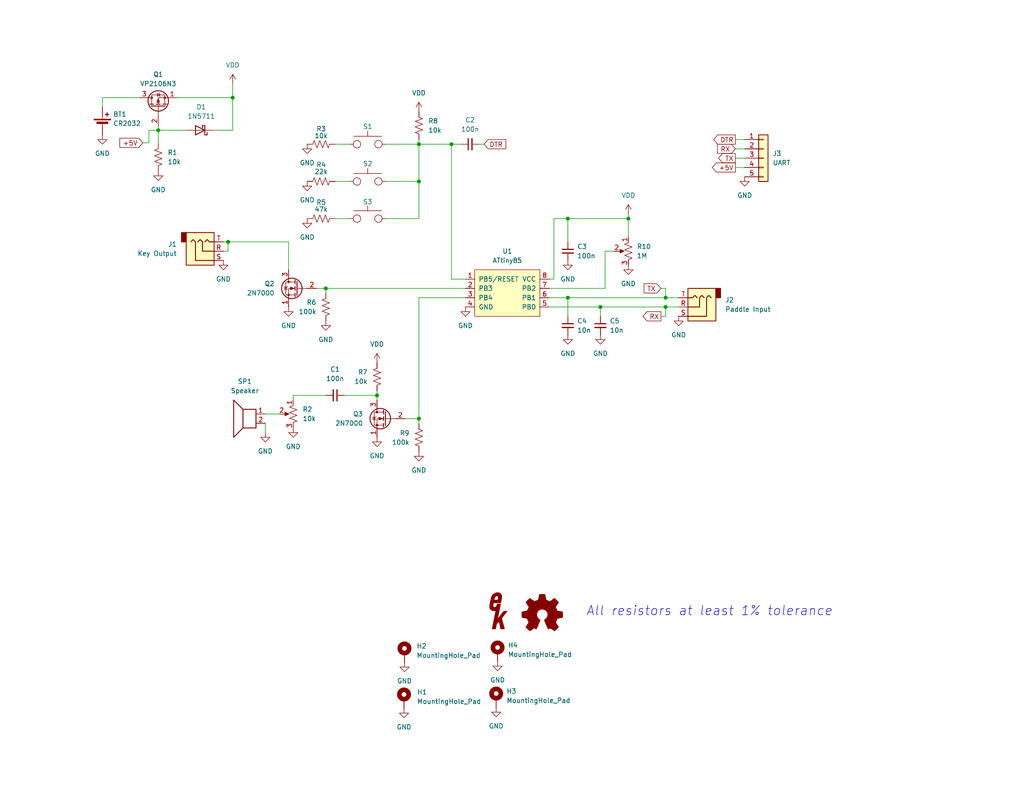
<source format=kicad_sch>
(kicad_sch (version 20230121) (generator eeschema)
  (paper "USLetter")
  (title_block (title "EtherKeyer Mini") (date "2024-01-09") (rev "A") (company "Etherkit LLC"))
  (lib_symbols
    (symbol "Connector_Audio:AudioJack3"
      (property "Reference" "J" (at 0 8.89 0))
      (property "Value" "AudioJack3" (at 0 6.35 0))
      (symbol "AudioJack3_0_1"
        (rectangle (start -5.08 -5.08) (end -6.35 -2.54) (stroke (width 0.254)) (fill (type outline)))
        (polyline (pts (xy 0 -2.54) (xy 0.635 -3.175) (xy 1.27 -2.54) (xy 2.54 -2.54)) (stroke (width 0.254)))
        (polyline (pts (xy -1.905 -2.54) (xy -1.27 -3.175) (xy -0.635 -2.54) (xy -0.635 0) (xy 2.54 0)) (stroke (width 0.254)))
        (polyline (pts (xy 2.54 2.54) (xy -2.54 2.54) (xy -2.54 -2.54) (xy -3.175 -3.175) (xy -3.81 -2.54)) (stroke (width 0.254)))
        (rectangle (start 2.54 3.81) (end -5.08 -5.08) (stroke (width 0.254)) (fill (type background)))
      )
      (symbol "AudioJack3_1_1"
        (pin passive line (at 5.08 0 180) (length 2.54) (name "~") (number "R"))
        (pin passive line (at 5.08 2.54 180) (length 2.54) (name "~") (number "S"))
        (pin passive line (at 5.08 -2.54 180) (length 2.54) (name "~") (number "T"))
      )
    )
    (symbol "Connector_Generic:Conn_01x05" (pin_names (offset 1.016) hide)
      (property "Reference" "J" (at 0 7.62 0))
      (property "Value" "Conn_01x05" (at 0 -7.62 0))
      (symbol "Conn_01x05_1_1"
        (rectangle (start -1.27 -4.953) (end 0 -5.207) (stroke (width 0.1524)))
        (rectangle (start -1.27 -2.413) (end 0 -2.667) (stroke (width 0.1524)))
        (rectangle (start -1.27 0.127) (end 0 -0.127) (stroke (width 0.1524)))
        (rectangle (start -1.27 2.667) (end 0 2.413) (stroke (width 0.1524)))
        (rectangle (start -1.27 5.207) (end 0 4.953) (stroke (width 0.1524)))
        (rectangle (start -1.27 6.35) (end 1.27 -6.35) (stroke (width 0.254)) (fill (type background)))
        (pin passive line (at -5.08 5.08 0) (length 3.81) (name "Pin_1") (number "1"))
        (pin passive line (at -5.08 2.54 0) (length 3.81) (name "Pin_2") (number "2"))
        (pin passive line (at -5.08 0 0) (length 3.81) (name "Pin_3") (number "3"))
        (pin passive line (at -5.08 -2.54 0) (length 3.81) (name "Pin_4") (number "4"))
        (pin passive line (at -5.08 -5.08 0) (length 3.81) (name "Pin_5") (number "5"))
      )
    )
    (symbol "Device:Battery_Cell" (pin_numbers hide) (pin_names (offset 0) hide)
      (property "Reference" "BT" (at 2.54 2.54 0))
      (property "Value" "Battery_Cell" (at 2.54 0 0))
      (symbol "Battery_Cell_0_1"
        (rectangle (start -2.286 1.778) (end 2.286 1.524) (fill (type outline)))
        (rectangle (start -1.524 1.016) (end 1.524 0.508) (fill (type outline)))
        (polyline (pts (xy 0 0.762) (xy 0 0)))
        (polyline (pts (xy 0 1.778) (xy 0 2.54)))
        (polyline (pts (xy 0.762 3.048) (xy 1.778 3.048)) (stroke (width 0.254)))
        (polyline (pts (xy 1.27 3.556) (xy 1.27 2.54)) (stroke (width 0.254)))
      )
      (symbol "Battery_Cell_1_1"
        (pin passive line (at 0 5.08 270) (length 2.54) (name "+") (number "1"))
        (pin passive line (at 0 -2.54 90) (length 2.54) (name "-") (number "2"))
      )
    )
    (symbol "Device:C_Small" (pin_numbers hide) (pin_names (offset 0.254) hide)
      (property "Reference" "C" (at 0.254 1.778 0))
      (property "Value" "C_Small" (at 0.254 -2.032 0))
      (symbol "C_Small_0_1"
        (polyline (pts (xy -1.524 -0.508) (xy 1.524 -0.508)) (stroke (width 0.3302)))
        (polyline (pts (xy -1.524 0.508) (xy 1.524 0.508)) (stroke (width 0.3048)))
      )
      (symbol "C_Small_1_1"
        (pin passive line (at 0 2.54 270) (length 2.032) (name "~") (number "1"))
        (pin passive line (at 0 -2.54 90) (length 2.032) (name "~") (number "2"))
      )
    )
    (symbol "Device:D_Schottky" (pin_numbers hide) (pin_names (offset 1.016) hide)
      (property "Reference" "D" (at 0 2.54 0))
      (property "Value" "D_Schottky" (at 0 -2.54 0))
      (symbol "D_Schottky_0_1"
        (polyline (pts (xy 1.27 0) (xy -1.27 0)))
        (polyline (pts (xy 1.27 1.27) (xy 1.27 -1.27) (xy -1.27 0) (xy 1.27 1.27)) (stroke (width 0.254)))
        (polyline (pts (xy -1.905 0.635) (xy -1.905 1.27) (xy -1.27 1.27) (xy -1.27 -1.27) (xy -0.635 -1.27) (xy -0.635 -0.635)) (stroke (width 0.254)))
      )
      (symbol "D_Schottky_1_1"
        (pin passive line (at -3.81 0 0) (length 2.54) (name "K") (number "1"))
        (pin passive line (at 3.81 0 180) (length 2.54) (name "A") (number "2"))
      )
    )
    (symbol "Device:Q_PMOS_SGD" (pin_names (offset 0) hide)
      (property "Reference" "Q" (at 5.08 1.27 0))
      (property "Value" "Q_PMOS_SGD" (at 5.08 -1.27 0))
      (symbol "Q_PMOS_SGD_0_1"
        (polyline (pts (xy 0.254 0) (xy -2.54 0)))
        (polyline (pts (xy 0.254 1.905) (xy 0.254 -1.905)) (stroke (width 0.254)))
        (polyline (pts (xy 0.762 -1.27) (xy 0.762 -2.286)) (stroke (width 0.254)))
        (polyline (pts (xy 0.762 0.508) (xy 0.762 -0.508)) (stroke (width 0.254)))
        (polyline (pts (xy 0.762 2.286) (xy 0.762 1.27)) (stroke (width 0.254)))
        (polyline (pts (xy 2.54 2.54) (xy 2.54 1.778)))
        (polyline (pts (xy 2.54 -2.54) (xy 2.54 0) (xy 0.762 0)))
        (polyline (pts (xy 0.762 1.778) (xy 3.302 1.778) (xy 3.302 -1.778) (xy 0.762 -1.778)))
        (polyline (pts (xy 2.286 0) (xy 1.27 0.381) (xy 1.27 -0.381) (xy 2.286 0)) (fill (type outline)))
        (polyline (pts (xy 2.794 -0.508) (xy 2.921 -0.381) (xy 3.683 -0.381) (xy 3.81 -0.254)))
        (polyline (pts (xy 3.302 -0.381) (xy 2.921 0.254) (xy 3.683 0.254) (xy 3.302 -0.381)))
        (circle (center 1.651 0) (radius 2.794) (stroke (width 0.254)))
        (circle (center 2.54 -1.778) (radius 0.254) (fill (type outline)))
        (circle (center 2.54 1.778) (radius 0.254) (fill (type outline)))
      )
      (symbol "Q_PMOS_SGD_1_1"
        (pin passive line (at 2.54 -5.08 90) (length 2.54) (name "S") (number "1"))
        (pin input line (at -5.08 0 0) (length 2.54) (name "G") (number "2"))
        (pin passive line (at 2.54 5.08 270) (length 2.54) (name "D") (number "3"))
      )
    )
    (symbol "Device:R_Potentiometer_US" (pin_names (offset 1.016) hide)
      (property "Reference" "RV" (at -4.445 0 90))
      (property "Value" "R_Potentiometer_US" (at -2.54 0 90))
      (symbol "R_Potentiometer_US_0_1"
        (polyline (pts (xy 0 -2.286) (xy 0 -2.54)))
        (polyline (pts (xy 0 2.54) (xy 0 2.286)))
        (polyline (pts (xy 2.54 0) (xy 1.524 0)))
        (polyline (pts (xy 1.143 0) (xy 2.286 0.508) (xy 2.286 -0.508) (xy 1.143 0)) (fill (type outline)))
        (polyline (pts (xy 0 -0.762) (xy 1.016 -1.143) (xy 0 -1.524) (xy -1.016 -1.905) (xy 0 -2.286)))
        (polyline (pts (xy 0 0.762) (xy 1.016 0.381) (xy 0 0) (xy -1.016 -0.381) (xy 0 -0.762)))
        (polyline (pts (xy 0 2.286) (xy 1.016 1.905) (xy 0 1.524) (xy -1.016 1.143) (xy 0 0.762)))
      )
      (symbol "R_Potentiometer_US_1_1"
        (pin passive line (at 0 3.81 270) (length 1.27) (name "1") (number "1"))
        (pin passive line (at 3.81 0 180) (length 1.27) (name "2") (number "2"))
        (pin passive line (at 0 -3.81 90) (length 1.27) (name "3") (number "3"))
      )
    )
    (symbol "Device:R_US" (pin_numbers hide) (pin_names (offset 0))
      (property "Reference" "R" (at 2.54 0 90))
      (property "Value" "R_US" (at -2.54 0 90))
      (symbol "R_US_0_1"
        (polyline (pts (xy 0 -2.286) (xy 0 -2.54)))
        (polyline (pts (xy 0 2.286) (xy 0 2.54)))
        (polyline (pts (xy 0 -0.762) (xy 1.016 -1.143) (xy 0 -1.524) (xy -1.016 -1.905) (xy 0 -2.286)))
        (polyline (pts (xy 0 0.762) (xy 1.016 0.381) (xy 0 0) (xy -1.016 -0.381) (xy 0 -0.762)))
        (polyline (pts (xy 0 2.286) (xy 1.016 1.905) (xy 0 1.524) (xy -1.016 1.143) (xy 0 0.762)))
      )
      (symbol "R_US_1_1"
        (pin passive line (at 0 3.81 270) (length 1.27) (name "~") (number "1"))
        (pin passive line (at 0 -3.81 90) (length 1.27) (name "~") (number "2"))
      )
    )
    (symbol "Device:Speaker" (pin_names (offset 0) hide)
      (property "Reference" "LS" (at 1.27 5.715 0))
      (property "Value" "Speaker" (at 1.27 3.81 0))
      (symbol "Speaker_0_0"
        (rectangle (start -2.54 1.27) (end 1.016 -3.81) (stroke (width 0.254)))
        (polyline (pts (xy 1.016 1.27) (xy 3.556 3.81) (xy 3.556 -6.35) (xy 1.016 -3.81)) (stroke (width 0.254)))
      )
      (symbol "Speaker_1_1"
        (pin input line (at -5.08 0 0) (length 2.54) (name "1") (number "1"))
        (pin input line (at -5.08 -2.54 0) (length 2.54) (name "2") (number "2"))
      )
    )
    (symbol "EtherkitKicadLibrary:ATtiny85" (pin_names (offset 1.016))
      (property "Reference" "U1" (at 0 11.43 0))
      (property "Value" "ATtiny85" (at 0 8.89 0))
      (symbol "ATtiny85_1_0"
        (rectangle (start -8.89 6.35) (end 8.89 -6.35) (fill (type background)))
      )
      (symbol "ATtiny85_1_1"
        (pin bidirectional line (at -11.43 3.81 0) (length 2.54) (name "PB5/RESET") (number "1"))
        (pin bidirectional line (at -11.43 1.27 0) (length 2.54) (name "PB3") (number "2"))
        (pin bidirectional line (at -11.43 -1.27 0) (length 2.54) (name "PB4") (number "3"))
        (pin power_in line (at -11.43 -3.81 0) (length 2.54) (name "GND") (number "4"))
        (pin bidirectional line (at 11.43 -3.81 180) (length 2.54) (name "PB0") (number "5"))
        (pin bidirectional line (at 11.43 -1.27 180) (length 2.54) (name "PB1") (number "6"))
        (pin bidirectional line (at 11.43 1.27 180) (length 2.54) (name "PB2") (number "7"))
        (pin power_in line (at 11.43 3.81 180) (length 2.54) (name "VCC") (number "8"))
      )
    )
    (symbol "EtherkitKicadLibrary:LOGO" (pin_names (offset 1.016))
      (symbol "LOGO_0_0"
        (polyline (pts (xy -0.7475 -4.875) (xy -0.7392 -4.83) (xy -0.7178 -4.7189) (xy -0.6879 -4.5659) (xy -0.6523 -4.3851) (xy -0.6135 -4.1903) (xy -0.5018 -3.6307) (xy -0.197 -3.2903) (xy -0.1646 -3.2542) (xy -0.0551 -3.1338) (xy 0.0366 -3.0352) (xy 0.1017 -2.9677) (xy 0.1315 -2.9408) (xy 0.1365 -2.9489) (xy 0.155 -3.0102) (xy 0.1838 -3.125) (xy 0.2211 -3.2856) (xy 0.2651 -3.4844) (xy 0.3142 -3.7137) (xy 0.3664 -3.9658) (xy 0.5778 -5) (xy 1.1222 -5) (xy 1.2378 -4.9996) (xy 1.4316 -4.9961) (xy 1.5649 -4.989) (xy 1.6419 -4.9777) (xy 1.6666 -4.9622) (xy 1.663 -4.9437) (xy 1.6438 -4.8666) (xy 1.6098 -4.7364) (xy 1.5628 -4.5598) (xy 1.5046 -4.3435) (xy 1.437 -4.0944) (xy 1.3618 -3.8192) (xy 1.2809 -3.5246) (xy 1.2287 -3.3348) (xy 1.1509 -3.0506) (xy 1.0799 -2.7894) (xy 1.0175 -2.5581) (xy 0.9656 -2.3637) (xy 0.926 -2.2129) (xy 0.9005 -2.1127) (xy 0.891 -2.0698) (xy 0.9054 -2.0396) (xy 0.9573 -1.9618) (xy 1.0423 -1.844) (xy 1.1559 -1.6925) (xy 1.2932 -1.5137) (xy 1.4495 -1.3137) (xy 1.6201 -1.099) (xy 1.7685 -0.9135) (xy 1.9293 -0.7119) (xy 2.0731 -0.5312) (xy 2.1948 -0.3776) (xy 2.2896 -0.2573) (xy 2.3525 -0.1766) (xy 2.3786 -0.1416) (xy 2.3787 -0.1415) (xy 2.3748 -0.1247) (xy 2.3346 -0.1129) (xy 2.2506 -0.1052) (xy 2.1151 -0.1012) (xy 1.9205 -0.1) (xy 1.4372 -0.1) (xy 0.6284 -1.132) (xy 0.5759 -1.1989) (xy 0.4011 -1.4209) (xy 0.2406 -1.6235) (xy 0.0987 -1.8012) (xy -0.02 -1.9484) (xy -0.1111 -2.0596) (xy -0.1701 -2.1292) (xy -0.1926 -2.1518) (xy -0.1923 -2.147) (xy -0.1832 -2.0918) (xy -0.1629 -1.9807) (xy -0.1327 -1.8203) (xy -0.0939 -1.6176) (xy -0.048 -1.3794) (xy 0.0038 -1.1127) (xy 0.0601 -0.8241) (xy 0.1194 -0.5207) (xy 0.1806 -0.2092) (xy 0.2422 0.1034) (xy 0.303 0.4104) (xy 0.3614 0.7049) (xy 0.4163 0.98) (xy 0.4662 1.2289) (xy 0.5098 1.4447) (xy 0.5457 1.6206) (xy 0.5727 1.7496) (xy 0.5893 1.825) (xy 0.6072 1.9) (xy 0.1073 1.9) (xy -0.3925 1.9) (xy -0.4342 1.675) (xy -0.499 1.4316) (xy -0.6002 1.2291) (xy -0.7342 1.0838) (xy -0.9006 0.9961) (xy -1.0987 0.9667) (xy -1.1609 0.974) (xy -1.2874 1.0299) (xy -1.3917 1.1269) (xy -1.4526 1.2482) (xy -1.4564 1.2857) (xy -1.4504 1.3934) (xy -1.4298 1.5453) (xy -1.3961 1.7283) (xy -1.3167 2.1167) (xy -0.3327 2.1255) (xy 0.6514 2.1344) (xy 0.7958 2.8849) (xy 0.8025 2.9198) (xy 0.8589 3.2262) (xy 0.8991 3.4782) (xy 0.9233 3.6852) (xy 0.9317 3.8567) (xy 0.9241 4.0019) (xy 0.9007 4.1304) (xy 0.8616 4.2514) (xy 0.8069 4.3744) (xy 0.7638 4.4545) (xy 0.6047 4.6644) (xy 0.4032 4.823) (xy 0.1589 4.9308) (xy -0.1287 4.9878) (xy -0.1579 4.9905) (xy -0.4377 4.9806) (xy -0.7232 4.9128) (xy -1.0046 4.7932) (xy -1.272 4.6277) (xy -1.5155 4.4223) (xy -1.7252 4.183) (xy -1.8913 3.9159) (xy -1.9165 3.8634) (xy -1.9482 3.787) (xy -1.9792 3.6966) (xy -2.0114 3.5851) (xy -2.0466 3.4449) (xy -2.0866 3.2687) (xy -2.1333 3.049) (xy -2.1498 2.968) (xy -1.1571 2.968) (xy -1.1549 2.9908) (xy -1.1525 2.9998) (xy -1.1352 3.0719) (xy -1.1099 3.1842) (xy -1.0812 3.3167) (xy -1.0754 3.3437) (xy -1.0195 3.5554) (xy -0.9547 3.7135) (xy -0.875 3.8295) (xy -0.7744 3.9152) (xy -0.6845 3.9662) (xy -0.5192 4.019) (xy -0.3652 4.0182) (xy -0.2331 3.9646) (xy -0.1335 3.8592) (xy -0.1289 3.8513) (xy -0.0862 3.7421) (xy -0.0719 3.6042) (xy -0.086 3.427) (xy -0.1282 3.2) (xy -0.1834 2.95) (xy -0.6776 2.9408) (xy -0.721 2.94) (xy -0.8996 2.9375) (xy -1.023 2.938) (xy -1.1007 2.9426) (xy -1.1422 2.9523) (xy -1.1571 2.968) (xy -2.1498 2.968) (xy -2.1885 2.7786) (xy -2.254 2.45) (xy -2.2784 2.3256) (xy -2.3436 1.9784) (xy -2.393 1.6859) (xy -2.4271 1.4409) (xy -2.4464 1.2359) (xy -2.4514 1.0636) (xy -2.4429 0.9165) (xy -2.4212 0.7874) (xy -2.3869 0.6687) (xy -2.3194 0.5275) (xy -2.1842 0.3503) (xy -2.0088 0.1938) (xy -1.8079 0.073) (xy -1.7593 0.0508) (xy -1.6803 0.0201) (xy -1.6007 0.0004) (xy -1.504 -0.0106) (xy -1.3737 -0.0155) (xy -1.1932 -0.0166) (xy -1.0296 -0.017) (xy -0.908 -0.0195) (xy -0.8331 -0.0256) (xy -0.7946 -0.0372) (xy -0.7822 -0.0558) (xy -0.7855 -0.0833) (xy -0.7943 -0.1252) (xy -0.8147 -0.2255) (xy -0.8455 -0.3779) (xy -0.8854 -0.5764) (xy -0.9333 -0.8146) (xy -0.9878 -1.0864) (xy -1.0478 -1.3857) (xy -1.112 -1.7062) (xy -1.1792 -2.0418) (xy -1.2481 -2.3862) (xy -1.3175 -2.7333) (xy -1.3861 -3.0769) (xy -1.4528 -3.4108) (xy -1.5163 -3.7289) (xy -1.5753 -4.0248) (xy -1.6286 -4.2926) (xy -1.675 -4.5259) (xy -1.7133 -4.7185) (xy -1.7422 -4.8644) (xy -1.7604 -4.9573) (xy -1.7667 -4.991) (xy -1.7588 -4.9926) (xy -1.6988 -4.9955) (xy -1.5893 -4.9978) (xy -1.442 -4.9994) (xy -1.2682 -5) (xy -0.7697 -5) (xy -0.7475 -4.875)) (stroke (width 0.01)) (fill (type outline)))
      )
    )
    (symbol "EtherkitKicadLibrary:PUSHBUTTON" (pin_numbers hide) (pin_names (offset 1.016) hide)
      (property "Reference" "S" (at 0 -2.921 0))
      (property "Value" "PUSHBUTTON" (at 0.127 -5.461 0))
      (symbol "PUSHBUTTON_0_1"
        (circle (center -2.921 0) (radius 1.016))
        (polyline (pts (xy -3.81 2.159) (xy 3.81 2.159)))
        (polyline (pts (xy 0 2.159) (xy 0 3.556)))
        (circle (center 2.921 0) (radius 1.016))
      )
      (symbol "PUSHBUTTON_1_1"
        (pin passive line (at -5.08 0 0) (length 1.143) (name "1") (number "1"))
        (pin passive line (at 5.08 0 180) (length 1.143) (name "2") (number "2"))
      )
    )
    (symbol "Graphic:Logo_Open_Hardware_Small" (in_bom no) (on_board no)
      (symbol "Logo_Open_Hardware_Small_0_1"
        (polyline (pts (xy 3.3528 -4.3434) (xy 3.302 -4.318) (xy 3.175 -4.2418) (xy 2.9972 -4.1148) (xy 2.7686 -3.9624) (xy 2.54 -3.81) (xy 2.3622 -3.7084) (xy 2.2352 -3.6068) (xy 2.1844 -3.5814) (xy 2.159 -3.6068) (xy 2.0574 -3.6576) (xy 1.905 -3.7338) (xy 1.8034 -3.7846) (xy 1.6764 -3.8354) (xy 1.6002 -3.8354) (xy 1.6002 -3.8354) (xy 1.5494 -3.7338) (xy 1.4732 -3.5306) (xy 1.3462 -3.302) (xy 1.2446 -3.0226) (xy 1.1176 -2.7178) (xy 0.9652 -2.413) (xy 0.8636 -2.1082) (xy 0.7366 -1.8288) (xy 0.6604 -1.6256) (xy 0.6096 -1.4732) (xy 0.5842 -1.397) (xy 0.5842 -1.397) (xy 0.6604 -1.3208) (xy 0.7874 -1.2446) (xy 1.0414 -1.016) (xy 1.2954 -0.6858) (xy 1.4478 -0.3302) (xy 1.524 0.0762) (xy 1.4732 0.4572) (xy 1.3208 0.8128) (xy 1.0668 1.143) (xy 0.762 1.3716) (xy 0.4064 1.524) (xy 0 1.5748) (xy -0.381 1.5494) (xy -0.7366 1.397) (xy -1.0668 1.143) (xy -1.2192 0.9906) (xy -1.397 0.6604) (xy -1.524 0.3048) (xy -1.524 0.2286) (xy -1.4986 -0.1778) (xy -1.397 -0.5334) (xy -1.1938 -0.8636) (xy -0.9144 -1.143) (xy -0.8636 -1.1684) (xy -0.7366 -1.27) (xy -0.635 -1.3462) (xy -0.5842 -1.397) (xy -1.0668 -2.5908) (xy -1.143 -2.794) (xy -1.2954 -3.1242) (xy -1.397 -3.4036) (xy -1.4986 -3.6322) (xy -1.5748 -3.7846) (xy -1.6002 -3.8354) (xy -1.6002 -3.8354) (xy -1.651 -3.8354) (xy -1.7272 -3.81) (xy -1.905 -3.7338) (xy -2.0066 -3.683) (xy -2.1336 -3.6068) (xy -2.2098 -3.5814) (xy -2.2606 -3.6068) (xy -2.3622 -3.683) (xy -2.54 -3.81) (xy -2.7686 -3.9624) (xy -2.9718 -4.0894) (xy -3.1496 -4.2164) (xy -3.302 -4.318) (xy -3.3528 -4.3434) (xy -3.3782 -4.3434) (xy -3.429 -4.318) (xy -3.5306 -4.2164) (xy -3.7084 -4.064) (xy -3.937 -3.8354) (xy -3.9624 -3.81) (xy -4.1656 -3.6068) (xy -4.318 -3.4544) (xy -4.4196 -3.3274) (xy -4.445 -3.2766) (xy -4.445 -3.2766) (xy -4.4196 -3.2258) (xy -4.318 -3.0734) (xy -4.2164 -2.8956) (xy -4.064 -2.667) (xy -3.6576 -2.0828) (xy -3.8862 -1.5494) (xy -3.937 -1.3716) (xy -4.0386 -1.1684) (xy -4.0894 -1.0414) (xy -4.1148 -0.9652) (xy -4.191 -0.9398) (xy -4.318 -0.9144) (xy -4.5466 -0.8636) (xy -4.8006 -0.8128) (xy -5.0546 -0.7874) (xy -5.2578 -0.7366) (xy -5.4356 -0.7112) (xy -5.5118 -0.6858) (xy -5.5118 -0.6858) (xy -5.5372 -0.635) (xy -5.5372 -0.5588) (xy -5.5372 -0.4318) (xy -5.5626 -0.2286) (xy -5.5626 0.0762) (xy -5.5626 0.127) (xy -5.5372 0.4064) (xy -5.5372 0.635) (xy -5.5372 0.762) (xy -5.5372 0.8382) (xy -5.5372 0.8382) (xy -5.461 0.8382) (xy -5.3086 0.889) (xy -5.08 0.9144) (xy -4.826 0.9652) (xy -4.8006 0.9906) (xy -4.5466 1.0414) (xy -4.318 1.0668) (xy -4.1656 1.1176) (xy -4.0894 1.143) (xy -4.0894 1.143) (xy -4.0386 1.2446) (xy -3.9624 1.4224) (xy -3.8608 1.6256) (xy -3.7846 1.8288) (xy -3.7084 2.0066) (xy -3.6576 2.159) (xy -3.6322 2.2098) (xy -3.6322 2.2098) (xy -3.683 2.286) (xy -3.7592 2.413) (xy -3.8862 2.5908) (xy -4.064 2.8194) (xy -4.064 2.8448) (xy -4.2164 3.0734) (xy -4.3434 3.2512) (xy -4.4196 3.3782) (xy -4.445 3.4544) (xy -4.445 3.4544) (xy -4.3942 3.5052) (xy -4.2926 3.6322) (xy -4.1148 3.81) (xy -3.937 4.0132) (xy -3.8608 4.064) (xy -3.6576 4.2926) (xy -3.5052 4.4196) (xy -3.4036 4.4958) (xy -3.3528 4.5212) (xy -3.3528 4.5212) (xy -3.302 4.4704) (xy -3.1496 4.3688) (xy -2.9718 4.2418) (xy -2.7432 4.0894) (xy -2.7178 4.0894) (xy -2.4892 3.937) (xy -2.3114 3.81) (xy -2.1844 3.7084) (xy -2.1336 3.683) (xy -2.1082 3.683) (xy -2.032 3.7084) (xy -1.8542 3.7592) (xy -1.6764 3.8354) (xy -1.4732 3.937) (xy -1.27 4.0132) (xy -1.143 4.064) (xy -1.0668 4.1148) (xy -1.0668 4.1148) (xy -1.0414 4.191) (xy -1.016 4.3434) (xy -0.9652 4.572) (xy -0.9144 4.8514) (xy -0.889 4.9022) (xy -0.8382 5.1562) (xy -0.8128 5.3848) (xy -0.7874 5.5372) (xy -0.762 5.588) (xy -0.7112 5.6134) (xy -0.5842 5.6134) (xy -0.4064 5.6134) (xy -0.1524 5.6134) (xy 0.0762 5.6134) (xy 0.3302 5.6134) (xy 0.5334 5.6134) (xy 0.6858 5.588) (xy 0.7366 5.588) (xy 0.7366 5.588) (xy 0.762 5.5118) (xy 0.8128 5.334) (xy 0.8382 5.1054) (xy 0.9144 4.826) (xy 0.9144 4.7752) (xy 0.9652 4.5212) (xy 1.016 4.2926) (xy 1.0414 4.1402) (xy 1.0668 4.0894) (xy 1.0668 4.0894) (xy 1.1938 4.0386) (xy 1.3716 3.9624) (xy 1.5748 3.8608) (xy 2.0828 3.6576) (xy 2.7178 4.0894) (xy 2.7686 4.1402) (xy 2.9972 4.2926) (xy 3.175 4.4196) (xy 3.302 4.4958) (xy 3.3782 4.5212) (xy 3.3782 4.5212) (xy 3.429 4.4704) (xy 3.556 4.3434) (xy 3.7338 4.191) (xy 3.9116 3.9878) (xy 4.064 3.8354) (xy 4.2418 3.6576) (xy 4.3434 3.556) (xy 4.4196 3.4798) (xy 4.4196 3.429) (xy 4.4196 3.4036) (xy 4.3942 3.3274) (xy 4.2926 3.2004) (xy 4.1656 2.9972) (xy 4.0132 2.794) (xy 3.8862 2.5908) (xy 3.7592 2.3876) (xy 3.6576 2.2352) (xy 3.6322 2.159) (xy 3.6322 2.1336) (xy 3.683 2.0066) (xy 3.7592 1.8288) (xy 3.8608 1.6002) (xy 4.064 1.1176) (xy 4.3942 1.0414) (xy 4.5974 1.016) (xy 4.8768 0.9652) (xy 5.1308 0.9144) (xy 5.5372 0.8382) (xy 5.5626 -0.6604) (xy 5.4864 -0.6858) (xy 5.4356 -0.6858) (xy 5.2832 -0.7366) (xy 5.0546 -0.762) (xy 4.8006 -0.8128) (xy 4.5974 -0.8636) (xy 4.3688 -0.9144) (xy 4.2164 -0.9398) (xy 4.1402 -0.9398) (xy 4.1148 -0.9652) (xy 4.064 -1.0668) (xy 3.9878 -1.2446) (xy 3.9116 -1.4478) (xy 3.81 -1.651) (xy 3.7338 -1.8542) (xy 3.683 -2.0066) (xy 3.6576 -2.0828) (xy 3.683 -2.1336) (xy 3.7846 -2.2606) (xy 3.8862 -2.4638) (xy 4.0386 -2.667) (xy 4.191 -2.8956) (xy 4.318 -3.0734) (xy 4.3942 -3.2004) (xy 4.445 -3.2766) (xy 4.4196 -3.3274) (xy 4.3434 -3.429) (xy 4.1656 -3.5814) (xy 3.937 -3.8354) (xy 3.8862 -3.8608) (xy 3.683 -4.064) (xy 3.5306 -4.2164) (xy 3.4036 -4.318) (xy 3.3528 -4.3434)) (fill (type outline)))
      )
    )
    (symbol "Mechanical:MountingHole_Pad" (pin_numbers hide) (pin_names (offset 1.016) hide)
      (property "Reference" "H" (at 0 6.35 0))
      (property "Value" "MountingHole_Pad" (at 0 4.445 0))
      (symbol "MountingHole_Pad_0_1"
        (circle (center 0 1.27) (radius 1.27) (stroke (width 1.27)))
      )
      (symbol "MountingHole_Pad_1_1"
        (pin input line (at 0 -2.54 90) (length 2.54) (name "1") (number "1"))
      )
    )
    (symbol "Transistor_FET:2N7000" (pin_names hide)
      (property "Reference" "Q" (at 5.08 1.905 0))
      (property "Value" "2N7000" (at 5.08 0 0))
      (symbol "2N7000_0_1"
        (polyline (pts (xy 0.254 0) (xy -2.54 0)))
        (polyline (pts (xy 0.254 1.905) (xy 0.254 -1.905)) (stroke (width 0.254)))
        (polyline (pts (xy 0.762 -1.27) (xy 0.762 -2.286)) (stroke (width 0.254)))
        (polyline (pts (xy 0.762 0.508) (xy 0.762 -0.508)) (stroke (width 0.254)))
        (polyline (pts (xy 0.762 2.286) (xy 0.762 1.27)) (stroke (width 0.254)))
        (polyline (pts (xy 2.54 2.54) (xy 2.54 1.778)))
        (polyline (pts (xy 2.54 -2.54) (xy 2.54 0) (xy 0.762 0)))
        (polyline (pts (xy 0.762 -1.778) (xy 3.302 -1.778) (xy 3.302 1.778) (xy 0.762 1.778)))
        (polyline (pts (xy 1.016 0) (xy 2.032 0.381) (xy 2.032 -0.381) (xy 1.016 0)) (fill (type outline)))
        (polyline (pts (xy 2.794 0.508) (xy 2.921 0.381) (xy 3.683 0.381) (xy 3.81 0.254)))
        (polyline (pts (xy 3.302 0.381) (xy 2.921 -0.254) (xy 3.683 -0.254) (xy 3.302 0.381)))
        (circle (center 1.651 0) (radius 2.794) (stroke (width 0.254)))
        (circle (center 2.54 -1.778) (radius 0.254) (fill (type outline)))
        (circle (center 2.54 1.778) (radius 0.254) (fill (type outline)))
      )
      (symbol "2N7000_1_1"
        (pin passive line (at 2.54 -5.08 90) (length 2.54) (name "S") (number "1"))
        (pin input line (at -5.08 0 0) (length 2.54) (name "G") (number "2"))
        (pin passive line (at 2.54 5.08 270) (length 2.54) (name "D") (number "3"))
      )
    )
    (symbol "power:GND" (power) (pin_names (offset 0))
      (property "Value" "GND" (at 0 -3.81 0))
      (symbol "GND_0_1"
        (polyline (pts (xy 0 0) (xy 0 -1.27) (xy 1.27 -1.27) (xy 0 -2.54) (xy -1.27 -1.27) (xy 0 -1.27)))
      )
      (symbol "GND_1_1"
        (pin power_in line (at 0 0 270) (length 0) hide (name "GND") (number "1"))
      )
    )
    (symbol "power:VDD" (power) (pin_names (offset 0))
      (property "Value" "VDD" (at 0 3.81 0))
      (symbol "VDD_0_1"
        (polyline (pts (xy -0.762 1.27) (xy 0 2.54)))
        (polyline (pts (xy 0 0) (xy 0 2.54)))
        (polyline (pts (xy 0 2.54) (xy 0.762 1.27)))
      )
      (symbol "VDD_1_1"
        (pin power_in line (at 0 0 90) (length 0) hide (name "VDD") (number "1"))
      )
    )
  )
  (junction (at 63.5 26.67))
  (junction (at 43.18 35.56))
  (junction (at 102.87 107.95))
  (junction (at 88.9 78.74))
  (junction (at 123.19 39.37))
  (junction (at 114.3 39.37))
  (junction (at 154.94 59.69))
  (junction (at 114.3 114.3))
  (junction (at 163.83 83.82))
  (junction (at 62.23 66.04))
  (junction (at 181.61 83.82))
  (junction (at 171.45 59.69))
  (junction (at 181.61 81.28))
  (junction (at 114.3 49.53))
  (junction (at 154.94 81.28))
  (wire (pts (xy 181.61 86.36) (xy 181.61 83.82)))
  (wire (pts (xy 171.45 59.69) (xy 171.45 64.77)))
  (wire (pts (xy 114.3 49.53) (xy 114.3 59.69)))
  (wire (pts (xy 91.44 59.69) (xy 95.25 59.69)))
  (wire (pts (xy 102.87 107.95) (xy 93.98 107.95)))
  (wire (pts (xy 181.61 83.82) (xy 185.166 83.82)))
  (wire (pts (xy 200.66 40.64) (xy 203.2 40.64)))
  (wire (pts (xy 38.1 26.67) (xy 27.94 26.67)))
  (wire (pts (xy 78.74 66.04) (xy 78.74 73.66)))
  (wire (pts (xy 110.49 114.3) (xy 114.3 114.3)))
  (wire (pts (xy 127 81.28) (xy 114.3 81.28)))
  (wire (pts (xy 91.44 39.37) (xy 95.25 39.37)))
  (wire (pts (xy 48.26 26.67) (xy 63.5 26.67)))
  (wire (pts (xy 123.19 76.2) (xy 123.19 39.37)))
  (wire (pts (xy 60.96 68.58) (xy 62.23 68.58)))
  (wire (pts (xy 163.83 83.82) (xy 181.61 83.82)))
  (wire (pts (xy 163.83 83.82) (xy 163.83 86.36)))
  (wire (pts (xy 63.5 35.56) (xy 63.5 26.67)))
  (wire (pts (xy 105.41 49.53) (xy 114.3 49.53)))
  (wire (pts (xy 151.13 76.2) (xy 151.13 59.69)))
  (wire (pts (xy 43.18 35.56) (xy 50.8 35.56)))
  (wire (pts (xy 151.13 59.69) (xy 154.94 59.69)))
  (wire (pts (xy 114.3 38.1) (xy 114.3 39.37)))
  (wire (pts (xy 171.45 58.42) (xy 171.45 59.69)))
  (wire (pts (xy 72.39 113.03) (xy 76.2 113.03)))
  (wire (pts (xy 58.42 35.56) (xy 63.5 35.56)))
  (wire (pts (xy 114.3 81.28) (xy 114.3 114.3)))
  (wire (pts (xy 180.34 86.36) (xy 181.61 86.36)))
  (wire (pts (xy 165.1 78.74) (xy 149.86 78.74)))
  (wire (pts (xy 88.9 78.74) (xy 88.9 80.01)))
  (wire (pts (xy 149.86 76.2) (xy 151.13 76.2)))
  (wire (pts (xy 43.18 39.116) (xy 43.18 35.56)))
  (wire (pts (xy 91.44 49.53) (xy 95.25 49.53)))
  (wire (pts (xy 60.96 66.04) (xy 62.23 66.04)))
  (wire (pts (xy 200.66 43.18) (xy 203.2 43.18)))
  (wire (pts (xy 80.01 107.95) (xy 88.9 107.95)))
  (wire (pts (xy 102.87 106.68) (xy 102.87 107.95)))
  (wire (pts (xy 154.94 59.69) (xy 154.94 66.04)))
  (wire (pts (xy 165.1 68.58) (xy 165.1 78.74)))
  (wire (pts (xy 40.64 35.56) (xy 43.18 35.56)))
  (wire (pts (xy 167.64 68.58) (xy 165.1 68.58)))
  (wire (pts (xy 105.41 59.69) (xy 114.3 59.69)))
  (wire (pts (xy 154.94 59.69) (xy 171.45 59.69)))
  (wire (pts (xy 127 76.2) (xy 123.19 76.2)))
  (wire (pts (xy 149.86 83.82) (xy 163.83 83.82)))
  (wire (pts (xy 43.18 35.56) (xy 43.18 34.29)))
  (wire (pts (xy 63.5 26.67) (xy 63.5 22.86)))
  (wire (pts (xy 40.64 38.989) (xy 40.64 35.56)))
  (wire (pts (xy 105.41 39.37) (xy 114.3 39.37)))
  (wire (pts (xy 154.94 81.28) (xy 154.94 86.36)))
  (wire (pts (xy 27.94 26.67) (xy 27.94 29.21)))
  (wire (pts (xy 114.3 39.37) (xy 114.3 49.53)))
  (wire (pts (xy 102.87 107.95) (xy 102.87 109.22)))
  (wire (pts (xy 62.23 68.58) (xy 62.23 66.04)))
  (wire (pts (xy 180.34 78.74) (xy 181.61 78.74)))
  (wire (pts (xy 130.81 39.37) (xy 132.08 39.37)))
  (wire (pts (xy 80.01 109.22) (xy 80.01 107.95)))
  (wire (pts (xy 38.989 38.989) (xy 40.64 38.989)))
  (wire (pts (xy 181.61 78.74) (xy 181.61 81.28)))
  (wire (pts (xy 149.86 81.28) (xy 154.94 81.28)))
  (wire (pts (xy 123.19 39.37) (xy 125.73 39.37)))
  (wire (pts (xy 200.66 45.72) (xy 203.2 45.72)))
  (wire (pts (xy 88.9 78.74) (xy 127 78.74)))
  (wire (pts (xy 72.39 115.57) (xy 72.39 118.11)))
  (wire (pts (xy 114.3 114.3) (xy 114.3 115.697)))
  (wire (pts (xy 200.66 38.1) (xy 203.2 38.1)))
  (wire (pts (xy 154.94 81.28) (xy 181.61 81.28)))
  (wire (pts (xy 88.9 78.74) (xy 86.36 78.74)))
  (wire (pts (xy 62.23 66.04) (xy 78.74 66.04)))
  (wire (pts (xy 181.61 81.28) (xy 185.166 81.28)))
  (wire (pts (xy 123.19 39.37) (xy 114.3 39.37)))
  (text "All resistors at least 1% tolerance" (at 227.203 168.402 0) (effects (font (size 2.54 2.54) italic) (justify right bottom)))
  (global_label "+5V" (shape input) (at 38.989 38.989 180) (property "Intersheetrefs" "${INTERSHEET_REFS}" (effects hide)))
  (global_label "TX" (shape output) (at 200.66 43.18 180) (property "Intersheetrefs" "${INTERSHEET_REFS}" (effects hide)))
  (global_label "TX" (shape input) (at 180.34 78.74 180) (property "Intersheetrefs" "${INTERSHEET_REFS}" (effects hide)))
  (global_label "+5V" (shape output) (at 200.66 45.72 180) (property "Intersheetrefs" "${INTERSHEET_REFS}" (effects hide)))
  (global_label "RX" (shape output) (at 180.34 86.36 180) (property "Intersheetrefs" "${INTERSHEET_REFS}" (effects hide)))
  (global_label "DTR" (shape input) (at 132.08 39.37 0) (property "Intersheetrefs" "${INTERSHEET_REFS}" (effects hide)))
  (global_label "DTR" (shape output) (at 200.66 38.1 180) (property "Intersheetrefs" "${INTERSHEET_REFS}" (effects hide)))
  (global_label "RX" (shape input) (at 200.66 40.64 180) (property "Intersheetrefs" "${INTERSHEET_REFS}" (effects hide)))
  (symbol (lib_id "power:GND") (at 78.74 83.82 0) (mirror y) (unit 1)
    (property "Reference" "#PWR06" (effects hide))
    (property "Value" "GND" (at 78.74 88.9 0))
  )
  (symbol (lib_id "Device:Speaker") (at 67.31 113.03 0) (mirror y) (unit 1)
    (property "Reference" "SP1" (at 66.802 104.14 0))
    (property "Value" "Speaker" (at 66.802 106.68 0))
    (property "Footprint" "EtherkitKicadLibrary:PUI_AT-1224-TWT-12V-2-R" (effects hide))
  )
  (symbol (lib_id "power:GND") (at 83.82 49.53 0) (unit 1)
    (property "Reference" "#PWR09" (effects hide))
    (property "Value" "GND" (at 83.82 54.61 0))
  )
  (symbol (lib_id "power:GND") (at 60.96 71.12 0) (mirror y) (unit 1)
    (property "Reference" "#PWR03" (effects hide))
    (property "Value" "GND" (at 60.96 76.2 0))
  )
  (symbol (lib_id "power:GND") (at 154.94 91.44 0) (unit 1)
    (property "Reference" "#PWR025" (effects hide))
    (property "Value" "GND" (at 154.94 96.52 0))
  )
  (symbol (lib_id "Device:R_US") (at 114.3 34.29 0) (unit 1)
    (property "Reference" "R8" (at 116.84 33.02 0) (effects (justify left)))
    (property "Value" "10k" (at 116.84 35.56 0) (effects (justify left)))
    (property "Footprint" "Resistor_THT:R_Axial_DIN0207_L6.3mm_D2.5mm_P2.54mm_Vertical" (effects hide))
  )
  (symbol (lib_id "Device:R_US") (at 114.3 119.507 0) (unit 1)
    (property "Reference" "R9" (at 111.76 118.237 0) (effects (justify right)))
    (property "Value" "100k" (at 111.76 120.777 0) (effects (justify right)))
    (property "Footprint" "Resistor_THT:R_Axial_DIN0207_L6.3mm_D2.5mm_P2.54mm_Vertical" (effects hide))
  )
  (symbol (lib_id "Transistor_FET:2N7000") (at 105.41 114.3 0) (mirror y) (unit 1)
    (property "Reference" "Q3" (at 99.06 113.03 0) (effects (justify left)))
    (property "Value" "2N7000" (at 99.06 115.57 0) (effects (justify left)))
    (property "Footprint" "Package_TO_SOT_THT:TO-92_Inline" (effects hide))
    (property "Datasheet" "https://www.vishay.com/docs/70226/70226.pdf" (effects hide))
  )
  (symbol (lib_id "Device:R_US") (at 87.63 49.53 90) (unit 1)
    (property "Reference" "R4" (at 87.63 44.958 90))
    (property "Value" "22k" (at 87.63 46.863 90))
    (property "Footprint" "Resistor_THT:R_Axial_DIN0207_L6.3mm_D2.5mm_P2.54mm_Vertical" (effects hide))
  )
  (symbol (lib_id "Connector_Audio:AudioJack3") (at 190.246 83.82 180) (unit 1)
    (property "Reference" "J2" (at 197.866 81.915 0) (effects (justify right)))
    (property "Value" "Paddle Input" (at 197.866 84.455 0) (effects (justify right)))
    (property "Footprint" "EtherkitKicadLibrary:Kycon_STX-3120-3B" (effects hide))
  )
  (symbol (lib_id "Device:C_Small") (at 154.94 68.58 0) (unit 1)
    (property "Reference" "C3" (at 157.48 67.3163 0) (effects (justify left)))
    (property "Value" "100n" (at 157.48 69.8563 0) (effects (justify left)))
    (property "Footprint" "Capacitor_THT:C_Rect_L7.0mm_W2.5mm_P5.00mm" (effects hide))
  )
  (symbol (lib_id "power:GND") (at 203.2 48.26 0) (unit 1)
    (property "Reference" "#PWR030" (effects hide))
    (property "Value" "GND" (at 203.2 53.34 0))
  )
  (symbol (lib_id "Mechanical:MountingHole_Pad") (at 110.236 190.881 0) (unit 1) (in_bom no)
    (property "Reference" "H1" (at 113.792 188.976 0) (effects (justify left)))
    (property "Value" "MountingHole_Pad" (at 113.792 191.516 0) (effects (justify left)))
    (property "Footprint" "MountingHole:MountingHole_3.2mm_M3_Pad_Via" (effects hide))
    (property "Sim.Enable" "0" (effects hide))
  )
  (symbol (lib_id "power:GND") (at 185.166 86.36 0) (unit 1)
    (property "Reference" "#PWR029" (effects hide))
    (property "Value" "GND" (at 185.166 91.44 0))
  )
  (symbol (lib_id "EtherkitKicadLibrary:PUSHBUTTON") (at 100.33 59.69 0) (unit 1)
    (property "Reference" "S3" (at 100.33 55.118 0))
    (property "Value" "PUSHBUTTON_TACTILE" (effects hide))
    (property "Footprint" "EtherkitKicadLibrary:C&K_PTS645VH832LFS" (effects hide))
  )
  (symbol (lib_id "power:GND") (at 154.94 71.12 0) (unit 1)
    (property "Reference" "#PWR024" (effects hide))
    (property "Value" "GND" (at 154.94 76.2 0))
  )
  (symbol (lib_id "Device:Q_PMOS_SGD") (at 43.18 29.21 90) (unit 1)
    (property "Reference" "Q1" (at 43.18 20.32 90))
    (property "Value" "VP2106N3" (at 43.18 22.86 90))
    (property "Footprint" "Package_TO_SOT_THT:TO-92_Inline" (effects hide))
  )
  (symbol (lib_id "power:GND") (at 102.87 119.38 0) (unit 1)
    (property "Reference" "#PWR016" (effects hide))
    (property "Value" "GND" (at 102.87 124.46 0))
  )
  (symbol (lib_id "power:GND") (at 135.763 180.594 0) (unit 1)
    (property "Reference" "#PWR023" (effects hide))
    (property "Value" "GND" (at 135.763 185.674 0))
  )
  (symbol (lib_id "power:GND") (at 135.382 193.167 0) (unit 1)
    (property "Reference" "#PWR022" (effects hide))
    (property "Value" "GND" (at 135.382 198.247 0))
  )
  (symbol (lib_id "Device:R_US") (at 43.18 42.926 0) (mirror y) (unit 1)
    (property "Reference" "R1" (at 45.72 41.656 0) (effects (justify right)))
    (property "Value" "10k" (at 45.72 44.196 0) (effects (justify right)))
    (property "Footprint" "Resistor_THT:R_Axial_DIN0207_L6.3mm_D2.5mm_P2.54mm_Vertical" (effects hide))
  )
  (symbol (lib_id "Connector_Generic:Conn_01x05") (at 208.28 43.18 0) (unit 1)
    (property "Reference" "J3" (at 210.82 41.91 0) (effects (justify left)))
    (property "Value" "UART" (at 210.82 44.45 0) (effects (justify left)))
    (property "Footprint" "Connector_PinHeader_2.54mm:PinHeader_1x05_P2.54mm_Horizontal" (effects hide))
  )
  (symbol (lib_id "Device:Battery_Cell") (at 27.94 34.29 0) (unit 1)
    (property "Reference" "BT1" (at 30.861 31.1785 0) (effects (justify left)))
    (property "Value" "CR2032" (at 30.861 33.7185 0) (effects (justify left)))
    (property "Footprint" "EtherkitKicadLibrary:Linx_BAT-HLD-001" (effects hide))
  )
  (symbol (lib_id "power:GND") (at 110.363 180.848 0) (unit 1)
    (property "Reference" "#PWR018" (effects hide))
    (property "Value" "GND" (at 110.363 185.928 0))
  )
  (symbol (lib_id "Mechanical:MountingHole_Pad") (at 135.382 190.627 0) (unit 1) (in_bom no)
    (property "Reference" "H3" (at 138.176 188.722 0) (effects (justify left)))
    (property "Value" "MountingHole_Pad" (at 138.176 191.262 0) (effects (justify left)))
    (property "Footprint" "MountingHole:MountingHole_3.2mm_M3_Pad_Via" (effects hide))
    (property "Sim.Enable" "0" (effects hide))
  )
  (symbol (lib_id "Device:C_Small") (at 91.44 107.95 270) (mirror x) (unit 1)
    (property "Reference" "C1" (at 91.4337 100.838 90))
    (property "Value" "100n" (at 91.4337 103.378 90))
    (property "Footprint" "Capacitor_THT:C_Rect_L7.0mm_W2.5mm_P5.00mm" (effects hide))
  )
  (symbol (lib_id "EtherkitKicadLibrary:PUSHBUTTON") (at 100.33 39.37 0) (unit 1)
    (property "Reference" "S1" (at 100.33 34.544 0))
    (property "Value" "PUSHBUTTON_TACTILE" (effects hide))
    (property "Footprint" "EtherkitKicadLibrary:C&K_PTS645VH832LFS" (effects hide))
  )
  (symbol (lib_id "EtherkitKicadLibrary:ATtiny85") (at 138.43 80.01 0) (unit 1)
    (property "Reference" "U1" (at 138.43 68.58 0))
    (property "Value" "ATtiny85" (at 138.43 71.12 0))
    (property "Footprint" "Package_DIP:DIP-8_W7.62mm_LongPads" (effects hide))
  )
  (symbol (lib_id "Device:R_US") (at 87.63 39.37 90) (unit 1)
    (property "Reference" "R3" (at 87.63 35.179 90))
    (property "Value" "10k" (at 87.63 37.084 90))
    (property "Footprint" "Resistor_THT:R_Axial_DIN0207_L6.3mm_D2.5mm_P2.54mm_Vertical" (effects hide))
  )
  (symbol (lib_id "power:GND") (at 88.9 87.63 0) (mirror y) (unit 1)
    (property "Reference" "#PWR011" (effects hide))
    (property "Value" "GND" (at 88.9 92.71 0))
  )
  (symbol (lib_id "Device:R_US") (at 87.63 59.69 90) (unit 1)
    (property "Reference" "R5" (at 87.63 55.245 90))
    (property "Value" "47k" (at 87.63 57.15 90))
    (property "Footprint" "Resistor_THT:R_Axial_DIN0207_L6.3mm_D2.5mm_P2.54mm_Vertical" (effects hide))
  )
  (symbol (lib_id "power:GND") (at 83.82 39.37 0) (unit 1)
    (property "Reference" "#PWR08" (effects hide))
    (property "Value" "GND" (at 83.82 44.45 0))
  )
  (symbol (lib_id "Mechanical:MountingHole_Pad") (at 110.363 178.308 0) (unit 1) (in_bom no)
    (property "Reference" "H2" (at 113.665 176.403 0) (effects (justify left)))
    (property "Value" "MountingHole_Pad" (at 113.665 178.943 0) (effects (justify left)))
    (property "Footprint" "MountingHole:MountingHole_3.2mm_M3_Pad_Via" (effects hide))
    (property "Sim.Enable" "0" (effects hide))
  )
  (symbol (lib_id "power:VDD") (at 102.87 99.06 0) (mirror y) (unit 1)
    (property "Reference" "#PWR015" (effects hide))
    (property "Value" "VDD" (at 102.87 93.98 0))
  )
  (symbol (lib_id "Graphic:Logo_Open_Hardware_Small") (at 147.955 167.894 0) (unit 1) (in_bom no)
    (property "Reference" "SYM1" (effects hide))
    (property "Value" "Logo_Open_Hardware_Small" (effects hide))
    (property "Footprint" "EtherkitKicadLibrary:OSHWLogo4mm" (effects hide))
    (property "Sim.Enable" "0" (effects hide))
  )
  (symbol (lib_id "power:GND") (at 110.236 193.421 0) (unit 1)
    (property "Reference" "#PWR017" (effects hide))
    (property "Value" "GND" (at 110.236 198.501 0))
  )
  (symbol (lib_id "Device:R_Potentiometer_US") (at 80.01 113.03 0) (mirror y) (unit 1)
    (property "Reference" "R2" (at 82.55 111.76 0) (effects (justify right)))
    (property "Value" "10k" (at 82.55 114.3 0) (effects (justify right)))
    (property "Footprint" "EtherkitKicadLibrary:Piher_N6L50T0C-103" (effects hide))
  )
  (symbol (lib_id "power:VDD") (at 171.45 58.42 0) (unit 1)
    (property "Reference" "#PWR027" (effects hide))
    (property "Value" "VDD" (at 171.45 53.34 0))
  )
  (symbol (lib_id "Device:R_US") (at 88.9 83.82 0) (mirror y) (unit 1)
    (property "Reference" "R6" (at 86.36 82.55 0) (effects (justify left)))
    (property "Value" "100k" (at 86.36 85.09 0) (effects (justify left)))
    (property "Footprint" "Resistor_THT:R_Axial_DIN0207_L6.3mm_D2.5mm_P2.54mm_Vertical" (effects hide))
  )
  (symbol (lib_id "power:GND") (at 80.01 116.84 0) (unit 1)
    (property "Reference" "#PWR07" (effects hide))
    (property "Value" "GND" (at 80.01 121.92 0))
  )
  (symbol (lib_id "Device:D_Schottky") (at 54.61 35.56 180) (unit 1)
    (property "Reference" "D1" (at 54.9275 29.21 0))
    (property "Value" "1N5711" (at 54.9275 31.75 0))
    (property "Footprint" "Diode_THT:D_DO-35_SOD27_P7.62mm_Horizontal" (effects hide))
  )
  (symbol (lib_id "power:GND") (at 163.83 91.44 0) (unit 1)
    (property "Reference" "#PWR026" (effects hide))
    (property "Value" "GND" (at 163.83 96.52 0))
  )
  (symbol (lib_id "power:GND") (at 72.39 118.11 0) (unit 1)
    (property "Reference" "#PWR05" (effects hide))
    (property "Value" "GND" (at 72.39 123.19 0))
  )
  (symbol (lib_id "power:GND") (at 43.18 46.736 0) (mirror y) (unit 1)
    (property "Reference" "#PWR02" (effects hide))
    (property "Value" "GND" (at 43.18 51.816 0))
  )
  (symbol (lib_id "power:GND") (at 114.3 123.317 0) (unit 1)
    (property "Reference" "#PWR020" (effects hide))
    (property "Value" "GND" (at 114.3 128.397 0))
  )
  (symbol (lib_id "power:VDD") (at 114.3 30.48 0) (unit 1)
    (property "Reference" "#PWR019" (effects hide))
    (property "Value" "VDD" (at 114.3 25.4 0))
  )
  (symbol (lib_id "power:GND") (at 83.82 59.69 0) (unit 1)
    (property "Reference" "#PWR010" (effects hide))
    (property "Value" "GND" (at 83.82 64.77 0))
  )
  (symbol (lib_id "Mechanical:MountingHole_Pad") (at 135.763 178.054 0) (unit 1) (in_bom no)
    (property "Reference" "H4" (at 138.557 176.149 0) (effects (justify left)))
    (property "Value" "MountingHole_Pad" (at 138.557 178.689 0) (effects (justify left)))
    (property "Footprint" "MountingHole:MountingHole_3.2mm_M3_Pad_Via" (effects hide))
    (property "Sim.Enable" "0" (effects hide))
  )
  (symbol (lib_id "Device:R_Potentiometer_US") (at 171.45 68.58 0) (mirror y) (unit 1)
    (property "Reference" "R10" (at 173.736 67.31 0) (effects (justify right)))
    (property "Value" "1M" (at 173.736 69.85 0) (effects (justify right)))
    (property "Footprint" "EtherkitKicadLibrary:Bournes_PTV09A" (effects hide))
  )
  (symbol (lib_id "Device:C_Small") (at 163.83 88.9 0) (unit 1)
    (property "Reference" "C5" (at 166.37 87.6363 0) (effects (justify left)))
    (property "Value" "10n" (at 166.37 90.1763 0) (effects (justify left)))
    (property "Footprint" "Capacitor_THT:C_Rect_L7.0mm_W2.5mm_P5.00mm" (effects hide))
  )
  (symbol (lib_id "Device:C_Small") (at 128.27 39.37 90) (unit 1)
    (property "Reference" "C2" (at 128.2763 32.766 90))
    (property "Value" "100n" (at 128.2763 35.306 90))
    (property "Footprint" "Capacitor_THT:C_Rect_L7.0mm_W2.5mm_P5.00mm" (effects hide))
  )
  (symbol (lib_id "power:GND") (at 27.94 36.83 0) (mirror y) (unit 1)
    (property "Reference" "#PWR01" (effects hide))
    (property "Value" "GND" (at 27.94 41.91 0))
  )
  (symbol (lib_id "power:GND") (at 171.45 72.39 0) (unit 1)
    (property "Reference" "#PWR028" (effects hide))
    (property "Value" "GND" (at 171.45 77.47 0))
  )
  (symbol (lib_id "EtherkitKicadLibrary:LOGO") (at 136.017 166.751 0) (unit 1) (in_bom no)
    (property "Reference" "G1" (effects hide))
    (property "Value" "LOGO" (effects hide))
    (property "Footprint" "EtherkitKicadLibrary:EtherkitLogoSmall" (effects hide))
    (property "Sim.Enable" "0" (effects hide))
  )
  (symbol (lib_id "Device:R_US") (at 102.87 102.87 0) (mirror y) (unit 1)
    (property "Reference" "R7" (at 100.33 101.6 0) (effects (justify left)))
    (property "Value" "10k" (at 100.33 104.14 0) (effects (justify left)))
    (property "Footprint" "Resistor_THT:R_Axial_DIN0207_L6.3mm_D2.5mm_P2.54mm_Vertical" (effects hide))
  )
  (symbol (lib_id "Connector_Audio:AudioJack3") (at 55.88 68.58 0) (mirror x) (unit 1)
    (property "Reference" "J1" (at 48.26 66.675 0) (effects (justify right)))
    (property "Value" "Key Output" (at 48.26 69.215 0) (effects (justify right)))
    (property "Footprint" "EtherkitKicadLibrary:Kycon_STX-3120-3B" (effects hide))
  )
  (symbol (lib_id "Device:C_Small") (at 154.94 88.9 0) (unit 1)
    (property "Reference" "C4" (at 157.48 87.6363 0) (effects (justify left)))
    (property "Value" "10n" (at 157.48 90.1763 0) (effects (justify left)))
    (property "Footprint" "Capacitor_THT:C_Rect_L7.0mm_W2.5mm_P5.00mm" (effects hide))
  )
  (symbol (lib_id "Transistor_FET:2N7000") (at 81.28 78.74 0) (mirror y) (unit 1)
    (property "Reference" "Q2" (at 74.93 77.47 0) (effects (justify left)))
    (property "Value" "2N7000" (at 74.93 80.01 0) (effects (justify left)))
    (property "Footprint" "Package_TO_SOT_THT:TO-92_Inline" (effects hide))
    (property "Datasheet" "https://www.vishay.com/docs/70226/70226.pdf" (effects hide))
  )
  (symbol (lib_id "EtherkitKicadLibrary:PUSHBUTTON") (at 100.33 49.53 0) (unit 1)
    (property "Reference" "S2" (at 100.33 44.704 0))
    (property "Value" "PUSHBUTTON_TACTILE" (effects hide))
    (property "Footprint" "EtherkitKicadLibrary:C&K_PTS645VH832LFS" (effects hide))
  )
  (symbol (lib_id "power:GND") (at 127 83.82 0) (unit 1)
    (property "Reference" "#PWR021" (effects hide))
    (property "Value" "GND" (at 127 88.9 0))
  )
  (symbol (lib_id "power:VDD") (at 63.5 22.86 0) (unit 1)
    (property "Reference" "#PWR04" (effects hide))
    (property "Value" "VDD" (at 63.5 17.78 0))
  )
)
</source>
